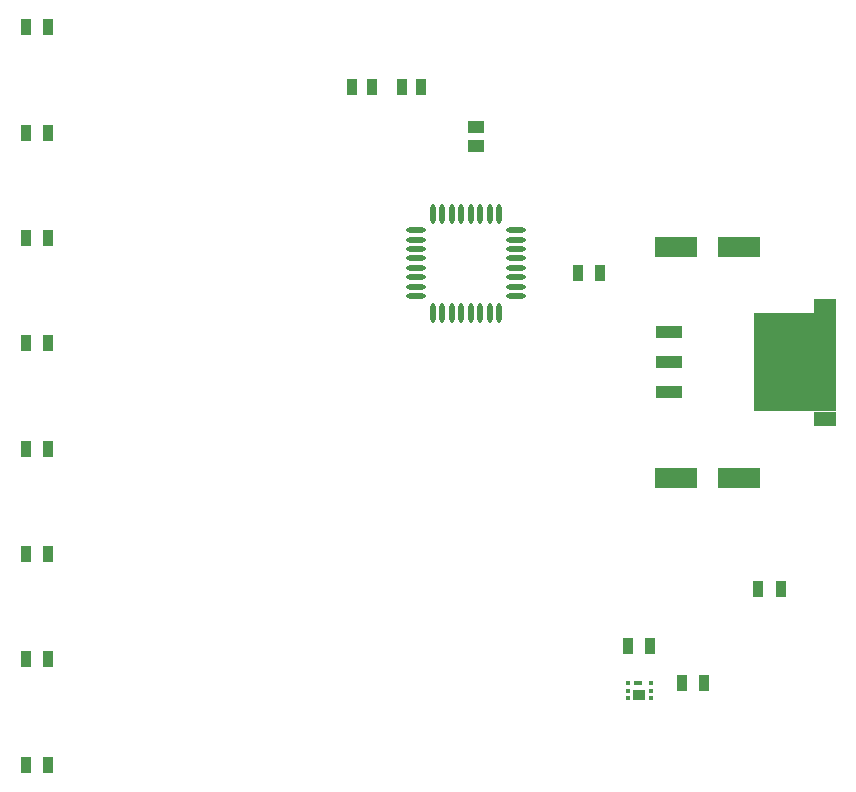
<source format=gtp>
G04*
G04 #@! TF.GenerationSoftware,Altium Limited,Altium Designer,21.9.2 (33)*
G04*
G04 Layer_Color=8421504*
%FSLAX44Y44*%
%MOMM*%
G71*
G04*
G04 #@! TF.SameCoordinates,0E528642-7EEA-4571-B266-ABD313229C03*
G04*
G04*
G04 #@! TF.FilePolarity,Positive*
G04*
G01*
G75*
%ADD17R,0.9500X1.4000*%
%ADD18O,1.6500X0.4500*%
%ADD19O,0.4500X1.6500*%
%ADD20R,1.0000X0.9500*%
%ADD21R,0.7500X0.3000*%
%ADD22R,0.4500X0.3000*%
%ADD23R,1.9100X1.2350*%
%ADD24R,7.0000X8.3300*%
%ADD25R,2.1600X1.0700*%
%ADD26R,0.9100X1.3900*%
%ADD27R,1.4700X1.0200*%
%ADD28R,3.5500X1.8000*%
D17*
X620500Y-264000D02*
D03*
X639500D02*
D03*
X773500Y-531250D02*
D03*
X792500D02*
D03*
X727930Y-611380D02*
D03*
X708930D02*
D03*
X663210Y-579630D02*
D03*
X682210D02*
D03*
X153500Y-55990D02*
D03*
X172500D02*
D03*
X153500Y-145209D02*
D03*
X172500D02*
D03*
X153500Y-234427D02*
D03*
X172500D02*
D03*
X153500Y-323646D02*
D03*
X172500D02*
D03*
X153500Y-412864D02*
D03*
X172500D02*
D03*
X153500Y-502083D02*
D03*
X172500D02*
D03*
X153500Y-591301D02*
D03*
X172500D02*
D03*
X153500Y-680520D02*
D03*
X172500D02*
D03*
D18*
X568050Y-227780D02*
D03*
Y-235780D02*
D03*
Y-243780D02*
D03*
Y-251780D02*
D03*
Y-259780D02*
D03*
Y-267780D02*
D03*
Y-275780D02*
D03*
Y-283780D02*
D03*
X484050D02*
D03*
Y-275780D02*
D03*
Y-267780D02*
D03*
Y-259780D02*
D03*
Y-251780D02*
D03*
Y-243780D02*
D03*
Y-235780D02*
D03*
Y-227780D02*
D03*
D19*
X554050Y-297780D02*
D03*
X546050D02*
D03*
X538050D02*
D03*
X530050D02*
D03*
X522050D02*
D03*
X514050D02*
D03*
X506050D02*
D03*
X498050D02*
D03*
Y-213780D02*
D03*
X506050D02*
D03*
X514050D02*
D03*
X522050D02*
D03*
X530050D02*
D03*
X538050D02*
D03*
X546050D02*
D03*
X554050D02*
D03*
D20*
X672510Y-620980D02*
D03*
D21*
X671560Y-611230D02*
D03*
D22*
X662760Y-624230D02*
D03*
Y-617730D02*
D03*
Y-611230D02*
D03*
X682260D02*
D03*
Y-617730D02*
D03*
Y-624230D02*
D03*
D23*
X829950Y-291775D02*
D03*
Y-387425D02*
D03*
D24*
X804500Y-339600D02*
D03*
D25*
X697800Y-365000D02*
D03*
Y-339600D02*
D03*
Y-314200D02*
D03*
D26*
X471670Y-106640D02*
D03*
X488070D02*
D03*
X446160D02*
D03*
X429760D02*
D03*
D27*
X534750Y-140250D02*
D03*
Y-156250D02*
D03*
D28*
X703520Y-241810D02*
D03*
X757520D02*
D03*
X703520Y-437390D02*
D03*
X757520D02*
D03*
M02*

</source>
